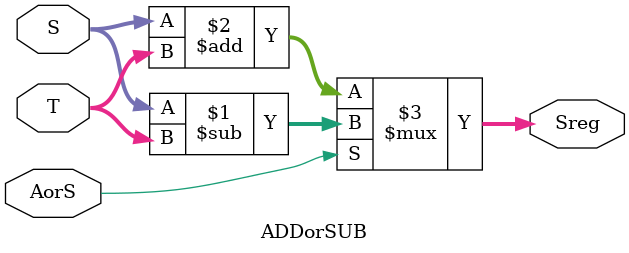
<source format=sv>
module ADDorSUB(input [15:0]S,input[15:0]T,input AorS,output [15:0]Sreg);
assign Sreg =(AorS) ? S-T : S+T ;
endmodule

</source>
